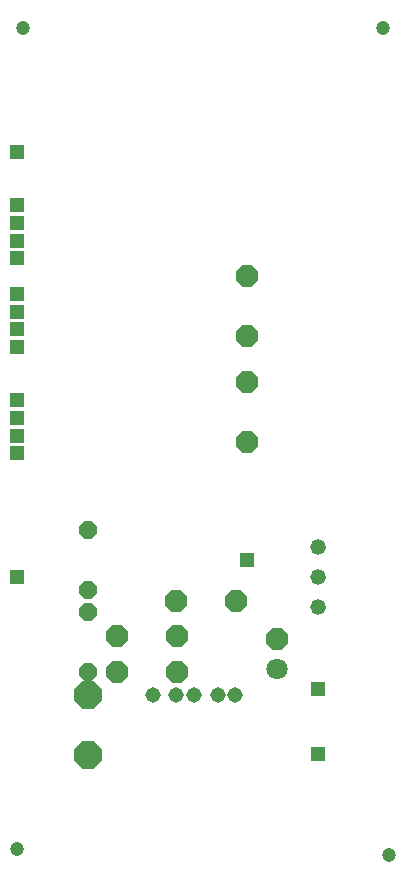
<source format=gbs>
G75*
%MOIN*%
%OFA0B0*%
%FSLAX24Y24*%
%IPPOS*%
%LPD*%
%AMOC8*
5,1,8,0,0,1.08239X$1,22.5*
%
%ADD10C,0.0474*%
%ADD11C,0.0520*%
%ADD12C,0.0710*%
%ADD13OC8,0.0710*%
%ADD14OC8,0.0600*%
%ADD15OC8,0.0905*%
%ADD16R,0.0476X0.0476*%
%ADD17C,0.0516*%
D10*
X002580Y002580D03*
X014982Y002383D03*
X014785Y029943D03*
X002777Y029943D03*
D11*
X012620Y012635D03*
X012620Y011635D03*
X012620Y010635D03*
D12*
X011242Y008576D03*
D13*
X011242Y009576D03*
X009880Y010848D03*
X007880Y010848D03*
X007911Y009667D03*
X007911Y008486D03*
X005911Y008486D03*
X005911Y009667D03*
X010257Y016147D03*
X010257Y018147D03*
X010257Y019691D03*
X010257Y021691D03*
D14*
X004943Y013226D03*
X004943Y011226D03*
X004943Y010470D03*
X004943Y008470D03*
D15*
X004943Y007714D03*
X004943Y005714D03*
D16*
X002580Y011635D03*
X002580Y015769D03*
X002580Y016360D03*
X002580Y016950D03*
X002580Y017541D03*
X002580Y019313D03*
X002580Y019903D03*
X002580Y020494D03*
X002580Y021084D03*
X002580Y022265D03*
X002580Y022856D03*
X002580Y023446D03*
X002580Y024037D03*
X002580Y025809D03*
X010257Y012226D03*
X012620Y007895D03*
X012620Y005730D03*
D17*
X009864Y007698D03*
X009273Y007698D03*
X008486Y007698D03*
X007895Y007698D03*
X007108Y007698D03*
M02*

</source>
